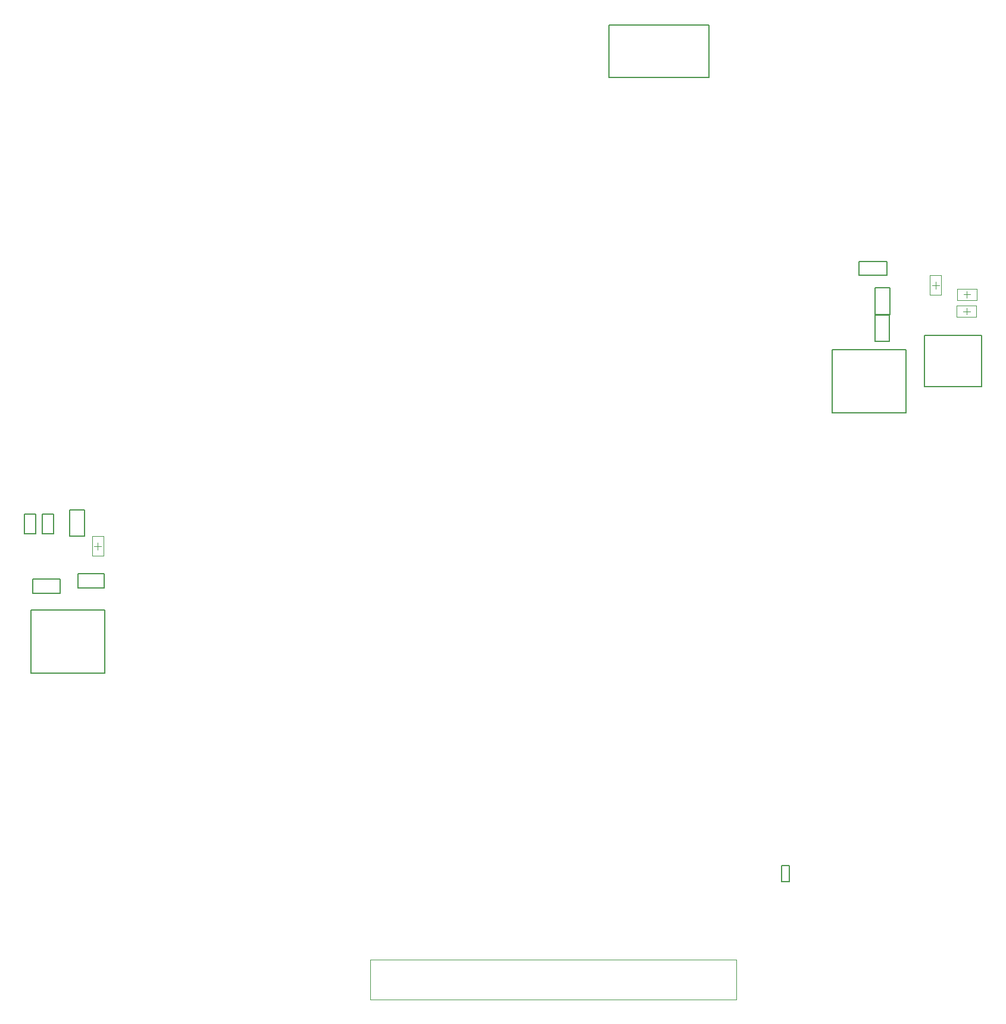
<source format=gbr>
%TF.GenerationSoftware,Altium Limited,Altium Designer,23.6.0 (18)*%
G04 Layer_Color=16711935*
%FSLAX45Y45*%
%MOMM*%
%TF.SameCoordinates,8B2A78E3-6762-467B-82E4-ABAB87B9FA14*%
%TF.FilePolarity,Positive*%
%TF.FileFunction,Other,Bottom_Courtyard*%
%TF.Part,Single*%
G01*
G75*
%TA.AperFunction,NonConductor*%
%ADD70C,0.20000*%
%ADD114C,0.10000*%
%ADD115C,0.05000*%
D70*
X8105000Y3245000D02*
Y3475000D01*
Y3245000D02*
X8215000D01*
Y3475000D01*
X8105000D02*
X8215000D01*
X-2023106Y8154208D02*
Y8530791D01*
Y8154208D02*
X-1816893D01*
Y8530791D01*
X-2023106D02*
X-1816893D01*
X5647500Y14672000D02*
X7067500D01*
Y15422501D01*
X5647500D02*
X7067500D01*
X5647500Y14672000D02*
Y15422501D01*
X8820000Y9910000D02*
X9870000D01*
Y10810000D01*
X8820000D02*
X9870000D01*
X8820000Y9910000D02*
Y10810000D01*
X-2159690Y7347500D02*
Y7547500D01*
X-2550310D02*
X-2159690D01*
X-2550310Y7347500D02*
X-2159690D01*
X-2550310D02*
Y7547500D01*
X9434394Y11685791D02*
X9640607D01*
Y11309208D02*
Y11685791D01*
X9434394Y11309208D02*
X9640607D01*
X9434394D02*
Y11685791D01*
X9429394Y11300791D02*
X9635607D01*
Y10924208D02*
Y11300791D01*
X9429394Y10924208D02*
X9635607D01*
X9429394D02*
Y11300791D01*
X-1908291Y7419394D02*
Y7625607D01*
X-1531708D01*
Y7419394D02*
Y7625607D01*
X-1908291Y7419394D02*
X-1531708D01*
X10135000Y10282500D02*
Y11012500D01*
X10945000D01*
Y10282500D02*
Y11012500D01*
X10135000Y10282500D02*
X10945000D01*
X9204690Y11862500D02*
Y12062500D01*
X9595310D01*
Y11862500D02*
Y12062500D01*
X9204690Y11862500D02*
X9595310D01*
X-1525000Y6205000D02*
Y7105000D01*
X-2575000Y6205000D02*
X-1525000D01*
X-2575000D02*
Y7105000D01*
X-1525000D01*
X-2414999Y8192501D02*
X-2254999D01*
X-2414999D02*
Y8472500D01*
X-2254999D01*
Y8192501D02*
Y8472500D01*
X-2665001Y8190001D02*
X-2505001D01*
X-2665001D02*
Y8470001D01*
X-2505001D01*
Y8190001D02*
Y8470001D01*
D114*
X10292499Y11672499D02*
Y11772498D01*
X10242502Y11722501D02*
X10342502D01*
X10683299Y11352001D02*
X10783298D01*
X10733301Y11301999D02*
Y11401999D01*
X10687500Y11589999D02*
X10787500D01*
X10737502Y11540002D02*
Y11640002D01*
X-1675000Y8015000D02*
X-1575000D01*
X-1624998Y7964998D02*
Y8064998D01*
D115*
X2249800Y2136200D02*
X7459800D01*
Y1571200D02*
Y2136200D01*
X2249800Y1571200D02*
X7459800D01*
X2249800D02*
Y2136200D01*
X10212500Y11862501D02*
X10372499D01*
X10212500Y11582501D02*
X10372499D01*
X10212500D02*
Y11862501D01*
X10372499Y11582501D02*
Y11862501D01*
X10593301Y11272002D02*
Y11432001D01*
X10873301Y11272002D02*
Y11432001D01*
X10593301Y11272002D02*
X10873301D01*
X10593301Y11432001D02*
X10873301D01*
X10597503Y11510000D02*
Y11669999D01*
X10877502Y11510000D02*
Y11669999D01*
X10597503Y11510000D02*
X10877502D01*
X10597503Y11669999D02*
X10877502D01*
X-1544998Y7875001D02*
Y8155000D01*
X-1704998Y7875001D02*
Y8155000D01*
Y7875001D02*
X-1544998D01*
X-1704998Y8155000D02*
X-1544998D01*
%TF.MD5,4b75882c7c40b14c6c4e3136f394478f*%
M02*

</source>
